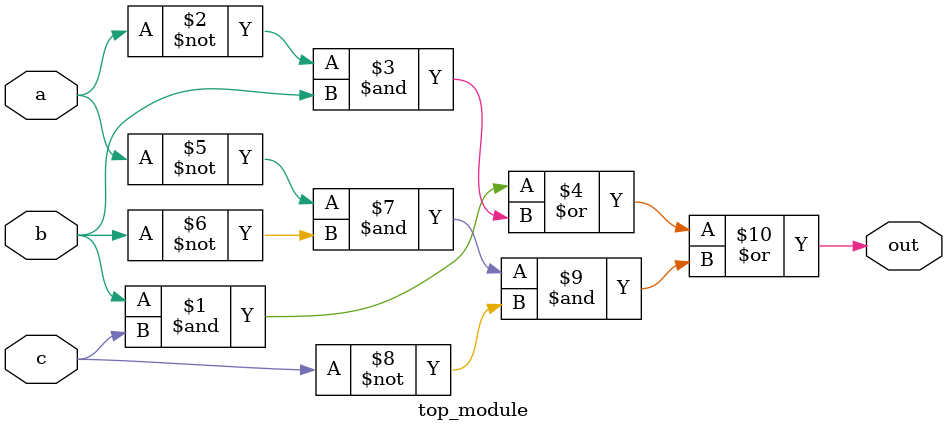
<source format=sv>
module top_module(
    input a, 
    input b,
    input c,
    output out
);

assign out = (b & c) | (~a & b) | (~a & ~b & ~c);

endmodule

</source>
